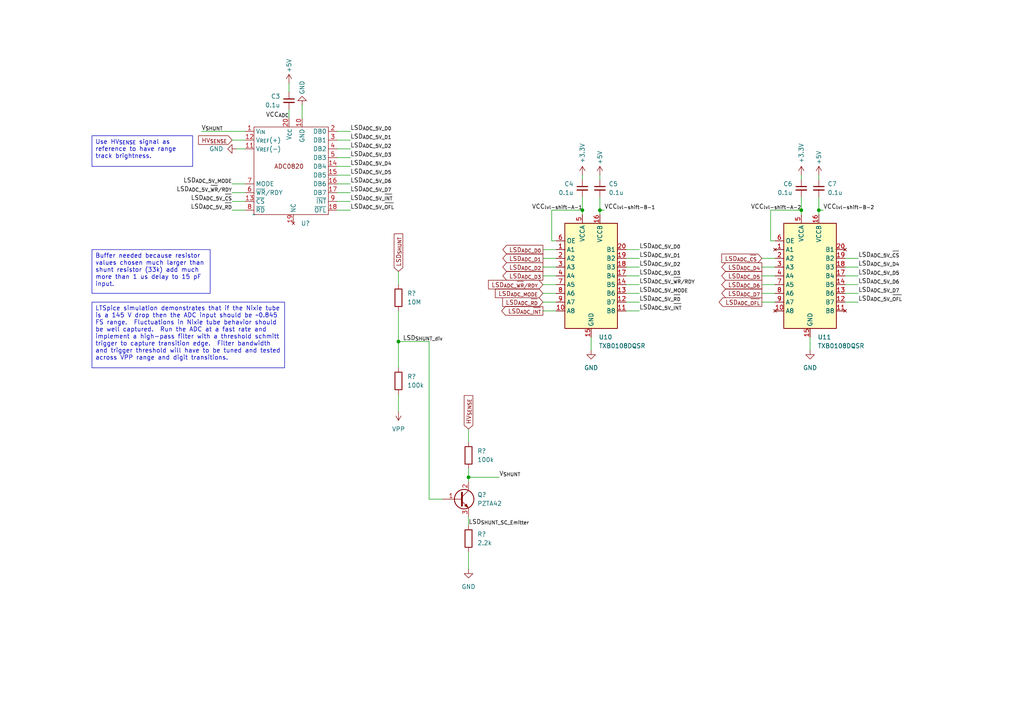
<source format=kicad_sch>
(kicad_sch (version 20230121) (generator eeschema)
  (paper "A4")
  (title_block (title "LSD ADC"))
  (lib_symbols
    (symbol "00_lib:ADC0820-N"
      (property "Reference" "U2" (at 13.6241 -2.54 0))
      (property "Value" "~" (at 0 0 0))
      (symbol "ADC0820-N_0_1"
        (rectangle (start 0 25.4) (end 21.59 0))
      )
      (symbol "ADC0820-N_1_1"
        (text "ADC0820" (at 10.16 13.97 0) (effects (font (size 1.27 1.27))))
        (pin input line (at -2.54 24.13 0) (length 2.54) (name "V_{IN}") (number "1"))
        (pin power_in line (at 13.97 27.94 270) (length 2.54) (name "GND") (number "10"))
        (pin input line (at -2.54 19.05 0) (length 2.54) (name "V_{REF}(-)") (number "11"))
        (pin input line (at -2.54 21.59 0) (length 2.54) (name "V_{REF}(+)") (number "12"))
        (pin input line (at -2.54 3.81 0) (length 2.54) (name "~{CS}") (number "13"))
        (pin output line (at 24.13 13.97 180) (length 2.54) (name "DB4") (number "14"))
        (pin output line (at 24.13 11.43 180) (length 2.54) (name "DB5") (number "15"))
        (pin output line (at 24.13 8.89 180) (length 2.54) (name "DB6") (number "16"))
        (pin output line (at 24.13 6.35 180) (length 2.54) (name "DB7") (number "17"))
        (pin output line (at 24.13 1.27 180) (length 2.54) (name "~{OFL}") (number "18"))
        (pin no_connect line (at 11.43 -2.54 90) (length 2.54) (name "NC") (number "19"))
        (pin output line (at 24.13 24.13 180) (length 2.54) (name "DB0") (number "2"))
        (pin power_in line (at 10.16 27.94 270) (length 2.54) (name "V_{CC}") (number "20"))
        (pin output line (at 24.13 21.59 180) (length 2.54) (name "DB1") (number "3"))
        (pin output line (at 24.13 19.05 180) (length 2.54) (name "DB2") (number "4"))
        (pin output line (at 24.13 16.51 180) (length 2.54) (name "DB3") (number "5"))
        (pin input line (at -2.54 6.35 0) (length 2.54) (name "~{WR}/RDY") (number "6"))
        (pin input line (at -2.54 8.89 0) (length 2.54) (name "MODE") (number "7"))
        (pin input line (at -2.54 1.27 0) (length 2.54) (name "~{RD}") (number "8"))
        (pin output line (at 24.13 3.81 180) (length 2.54) (name "~{INT}") (number "9"))
      )
    )
    (symbol "C_Small_1" (pin_numbers hide) (pin_names (offset 0.254) hide)
      (property "Reference" "C3" (at -2.54 1.2637 0))
      (property "Value" "0.1u" (at -2.54 -1.2763 0))
      (symbol "C_Small_1_0_1"
        (polyline (pts (xy -1.524 -0.508) (xy 1.524 -0.508)) (stroke (width 0.3302)))
        (polyline (pts (xy -1.524 0.508) (xy 1.524 0.508)) (stroke (width 0.3048)))
      )
      (symbol "C_Small_1_1_1"
        (pin power_in line (at 0 2.54 270) (length 2.032) (name "~") (number "1"))
        (pin power_out line (at 0 -2.54 90) (length 2.032) (name "~") (number "2"))
      )
    )
    (symbol "C_Small_2" (pin_numbers hide) (pin_names (offset 0.254) hide)
      (property "Reference" "C6" (at -2.54 1.2637 0))
      (property "Value" "0.1u" (at -2.54 -1.2763 0))
      (symbol "C_Small_2_0_1"
        (polyline (pts (xy -1.524 -0.508) (xy 1.524 -0.508)) (stroke (width 0.3302)))
        (polyline (pts (xy -1.524 0.508) (xy 1.524 0.508)) (stroke (width 0.3048)))
      )
      (symbol "C_Small_2_1_1"
        (pin power_in line (at 0 2.54 270) (length 2.032) (name "~") (number "1"))
        (pin power_out line (at 0 -2.54 90) (length 2.032) (name "~") (number "2"))
      )
    )
    (symbol "C_Small_3" (pin_numbers hide) (pin_names (offset 0.254) hide)
      (property "Reference" "C7" (at -2.54 1.2637 0))
      (property "Value" "0.1u" (at -2.54 -1.2763 0))
      (symbol "C_Small_3_0_1"
        (polyline (pts (xy -1.524 -0.508) (xy 1.524 -0.508)) (stroke (width 0.3302)))
        (polyline (pts (xy -1.524 0.508) (xy 1.524 0.508)) (stroke (width 0.3048)))
      )
      (symbol "C_Small_3_1_1"
        (pin power_in line (at 0 2.54 270) (length 2.032) (name "~") (number "1"))
        (pin power_out line (at 0 -2.54 90) (length 2.032) (name "~") (number "2"))
      )
    )
    (symbol "C_Small_4" (pin_numbers hide) (pin_names (offset 0.254) hide)
      (property "Reference" "C5" (at -2.54 1.2637 0))
      (property "Value" "0.1u" (at -2.54 -1.2763 0))
      (symbol "C_Small_4_0_1"
        (polyline (pts (xy -1.524 -0.508) (xy 1.524 -0.508)) (stroke (width 0.3302)))
        (polyline (pts (xy -1.524 0.508) (xy 1.524 0.508)) (stroke (width 0.3048)))
      )
      (symbol "C_Small_4_1_1"
        (pin power_in line (at 0 2.54 270) (length 2.032) (name "~") (number "1"))
        (pin power_out line (at 0 -2.54 90) (length 2.032) (name "~") (number "2"))
      )
    )
    (symbol "Device:C_Small" (pin_numbers hide) (pin_names (offset 0.254) hide)
      (property "Reference" "C4" (at -2.54 1.2637 0))
      (property "Value" "0.1u" (at -2.54 -1.2763 0))
      (symbol "C_Small_0_1"
        (polyline (pts (xy -1.524 -0.508) (xy 1.524 -0.508)) (stroke (width 0.3302)))
        (polyline (pts (xy -1.524 0.508) (xy 1.524 0.508)) (stroke (width 0.3048)))
      )
      (symbol "C_Small_1_1"
        (pin power_in line (at 0 2.54 270) (length 2.032) (name "~") (number "1"))
        (pin power_out line (at 0 -2.54 90) (length 2.032) (name "~") (number "2"))
      )
    )
    (symbol "Device:R" (pin_numbers hide) (pin_names (offset 0))
      (property "Reference" "R" (at 2.032 0 90))
      (property "Value" "R" (at 0 0 90))
      (symbol "R_0_1"
        (rectangle (start -1.016 -2.54) (end 1.016 2.54) (stroke (width 0.254)))
      )
      (symbol "R_1_1"
        (pin passive line (at 0 3.81 270) (length 1.27) (name "~") (number "1"))
        (pin passive line (at 0 -3.81 90) (length 1.27) (name "~") (number "2"))
      )
    )
    (symbol "Logic_LevelTranslator:TXB0108DQSR"
      (property "Reference" "U" (at -6.35 16.51 0))
      (property "Value" "TXB0108DQSR" (at 3.81 16.51 0))
      (symbol "TXB0108DQSR_0_1"
        (rectangle (start -7.62 15.24) (end 7.62 -15.24) (stroke (width 0.254)) (fill (type background)))
      )
      (symbol "TXB0108DQSR_1_1"
        (pin bidirectional line (at -10.16 7.62 0) (length 2.54) (name "A1") (number "1"))
        (pin bidirectional line (at -10.16 -10.16 0) (length 2.54) (name "A8") (number "10"))
        (pin bidirectional line (at 10.16 -10.16 180) (length 2.54) (name "B8") (number "11"))
        (pin bidirectional line (at 10.16 -7.62 180) (length 2.54) (name "B7") (number "12"))
        (pin bidirectional line (at 10.16 -5.08 180) (length 2.54) (name "B6") (number "13"))
        (pin bidirectional line (at 10.16 -2.54 180) (length 2.54) (name "B5") (number "14"))
        (pin power_in line (at 0 -17.78 90) (length 2.54) (name "GND") (number "15"))
        (pin power_in line (at 2.54 17.78 270) (length 2.54) (name "VCCB") (number "16"))
        (pin bidirectional line (at 10.16 0 180) (length 2.54) (name "B4") (number "17"))
        (pin bidirectional line (at 10.16 2.54 180) (length 2.54) (name "B3") (number "18"))
        (pin bidirectional line (at 10.16 5.08 180) (length 2.54) (name "B2") (number "19"))
        (pin bidirectional line (at -10.16 5.08 0) (length 2.54) (name "A2") (number "2"))
        (pin bidirectional line (at 10.16 7.62 180) (length 2.54) (name "B1") (number "20"))
        (pin bidirectional line (at -10.16 2.54 0) (length 2.54) (name "A3") (number "3"))
        (pin bidirectional line (at -10.16 0 0) (length 2.54) (name "A4") (number "4"))
        (pin power_in line (at -2.54 17.78 270) (length 2.54) (name "VCCA") (number "5"))
        (pin input line (at -10.16 10.16 0) (length 2.54) (name "OE") (number "6"))
        (pin bidirectional line (at -10.16 -2.54 0) (length 2.54) (name "A5") (number "7"))
        (pin bidirectional line (at -10.16 -5.08 0) (length 2.54) (name "A6") (number "8"))
        (pin bidirectional line (at -10.16 -7.62 0) (length 2.54) (name "A7") (number "9"))
      )
    )
    (symbol "TXB0108DQSR_1"
      (property "Reference" "U11" (at 2.1941 -17.78 0))
      (property "Value" "TXB0108DQSR" (at 2.1941 -20.32 0))
      (symbol "TXB0108DQSR_1_0_1"
        (rectangle (start -7.62 15.24) (end 7.62 -15.24) (stroke (width 0.254)) (fill (type background)))
      )
      (symbol "TXB0108DQSR_1_1_1"
        (pin no_connect line (at -10.16 7.62 0) (length 2.54) (name "A1") (number "1"))
        (pin no_connect line (at -10.16 -10.16 0) (length 2.54) (name "A8") (number "10"))
        (pin no_connect line (at 10.16 -10.16 180) (length 2.54) (name "B8") (number "11"))
        (pin bidirectional line (at 10.16 -7.62 180) (length 2.54) (name "B7") (number "12"))
        (pin bidirectional line (at 10.16 -5.08 180) (length 2.54) (name "B6") (number "13"))
        (pin bidirectional line (at 10.16 -2.54 180) (length 2.54) (name "B5") (number "14"))
        (pin power_in line (at 0 -17.78 90) (length 2.54) (name "GND") (number "15"))
        (pin power_in line (at 2.54 17.78 270) (length 2.54) (name "VCCB") (number "16"))
        (pin bidirectional line (at 10.16 0 180) (length 2.54) (name "B4") (number "17"))
        (pin bidirectional line (at 10.16 2.54 180) (length 2.54) (name "B3") (number "18"))
        (pin bidirectional line (at 10.16 5.08 180) (length 2.54) (name "B2") (number "19"))
        (pin bidirectional line (at -10.16 5.08 0) (length 2.54) (name "A2") (number "2"))
        (pin no_connect line (at 10.16 7.62 180) (length 2.54) (name "B1") (number "20"))
        (pin bidirectional line (at -10.16 2.54 0) (length 2.54) (name "A3") (number "3"))
        (pin bidirectional line (at -10.16 0 0) (length 2.54) (name "A4") (number "4"))
        (pin power_in line (at -2.54 17.78 270) (length 2.54) (name "VCCA") (number "5"))
        (pin input line (at -10.16 10.16 0) (length 2.54) (name "OE") (number "6"))
        (pin bidirectional line (at -10.16 -2.54 0) (length 2.54) (name "A5") (number "7"))
        (pin bidirectional line (at -10.16 -5.08 0) (length 2.54) (name "A6") (number "8"))
        (pin bidirectional line (at -10.16 -7.62 0) (length 2.54) (name "A7") (number "9"))
      )
    )
    (symbol "Transistor_BJT:PZTA42" (pin_names (offset 0) hide)
      (property "Reference" "Q" (at 5.08 1.905 0))
      (property "Value" "PZTA42" (at 5.08 0 0))
      (symbol "PZTA42_0_1"
        (polyline (pts (xy 0 0) (xy 0.635 0)))
        (polyline (pts (xy 2.54 -2.54) (xy 0.635 -0.635)))
        (polyline (pts (xy 2.54 2.54) (xy 0.635 0.635)))
        (polyline (pts (xy 0.635 1.905) (xy 0.635 -1.905) (xy 0.635 -1.905)) (stroke (width 0.508)))
        (polyline (pts (xy 2.286 -2.286) (xy 1.778 -1.778) (xy 1.778 -1.778)))
        (polyline (pts (xy 1.397 -1.905) (xy 1.905 -1.397) (xy 2.413 -2.413) (xy 1.397 -1.905) (xy 1.397 -1.905)) (fill (type outline)))
        (circle (center 1.27 0) (radius 2.8194) (stroke (width 0.254)))
      )
      (symbol "PZTA42_1_1"
        (pin input line (at -5.08 0 0) (length 5.08) (name "B") (number "1"))
        (pin passive line (at 2.54 5.08 270) (length 2.54) (name "C") (number "2"))
        (pin passive line (at 2.54 -5.08 90) (length 2.54) (name "E") (number "3"))
      )
    )
    (symbol "power:+3.3V" (power) (pin_names (offset 0))
      (property "Value" "+3.3V" (at 0 3.556 0))
      (symbol "+3.3V_0_1"
        (polyline (pts (xy -0.762 1.27) (xy 0 2.54)))
        (polyline (pts (xy 0 0) (xy 0 2.54)))
        (polyline (pts (xy 0 2.54) (xy 0.762 1.27)))
      )
      (symbol "+3.3V_1_1"
        (pin power_in line (at 0 0 90) (length 0) hide (name "+3.3V") (number "1"))
      )
    )
    (symbol "power:+5V" (power) (pin_names (offset 0))
      (property "Value" "+5V" (at 0 3.556 0))
      (symbol "+5V_0_1"
        (polyline (pts (xy -0.762 1.27) (xy 0 2.54)))
        (polyline (pts (xy 0 0) (xy 0 2.54)))
        (polyline (pts (xy 0 2.54) (xy 0.762 1.27)))
      )
      (symbol "+5V_1_1"
        (pin power_in line (at 0 0 90) (length 0) hide (name "+5V") (number "1"))
      )
    )
    (symbol "power:GND" (power) (pin_names (offset 0))
      (property "Value" "GND" (at 0 -3.81 0))
      (symbol "GND_0_1"
        (polyline (pts (xy 0 0) (xy 0 -1.27) (xy 1.27 -1.27) (xy 0 -2.54) (xy -1.27 -1.27) (xy 0 -1.27)))
      )
      (symbol "GND_1_1"
        (pin power_in line (at 0 0 270) (length 0) hide (name "GND") (number "1"))
      )
    )
    (symbol "power:VPP" (power) (pin_names (offset 0))
      (property "Value" "VPP" (at 0 3.81 0))
      (symbol "VPP_0_1"
        (polyline (pts (xy -0.762 1.27) (xy 0 2.54)))
        (polyline (pts (xy 0 0) (xy 0 2.54)))
        (polyline (pts (xy 0 2.54) (xy 0.762 1.27)))
      )
      (symbol "VPP_1_1"
        (pin power_in line (at 0 0 90) (length 0) hide (name "VPP") (number "1"))
      )
    )
  )
  (junction (at 135.89 138.43))
  (junction (at 168.91 60.96))
  (junction (at 237.49 60.96))
  (junction (at 173.99 60.96))
  (junction (at 232.41 60.96))
  (junction (at 115.57 99.06))
  (wire (pts (xy 168.91 50.8) (xy 168.91 52.07)))
  (wire (pts (xy 232.41 60.96) (xy 232.41 62.23)))
  (wire (pts (xy 157.48 72.39) (xy 161.29 72.39)))
  (wire (pts (xy 220.98 74.93) (xy 224.79 74.93)))
  (wire (pts (xy 135.89 160.02) (xy 135.89 165.1)))
  (wire (pts (xy 97.79 45.72) (xy 101.6 45.72)))
  (wire (pts (xy 67.31 40.64) (xy 71.12 40.64)))
  (wire (pts (xy 67.31 53.34) (xy 71.12 53.34)))
  (wire (pts (xy 135.89 124.46) (xy 135.89 128.27)))
  (wire (pts (xy 224.79 69.85) (xy 223.52 69.85)))
  (wire (pts (xy 185.42 90.17) (xy 181.61 90.17)))
  (wire (pts (xy 115.57 78.74) (xy 115.57 82.55)))
  (wire (pts (xy 124.46 144.78) (xy 128.27 144.78)))
  (wire (pts (xy 160.02 60.96) (xy 168.91 60.96)))
  (wire (pts (xy 248.92 74.93) (xy 245.11 74.93)))
  (wire (pts (xy 168.91 57.15) (xy 168.91 60.96)))
  (wire (pts (xy 83.82 31.75) (xy 83.82 34.29)))
  (wire (pts (xy 67.31 60.96) (xy 71.12 60.96)))
  (wire (pts (xy 173.99 57.15) (xy 173.99 60.96)))
  (wire (pts (xy 185.42 85.09) (xy 181.61 85.09)))
  (wire (pts (xy 220.98 80.01) (xy 224.79 80.01)))
  (wire (pts (xy 232.41 50.8) (xy 232.41 52.07)))
  (wire (pts (xy 157.48 80.01) (xy 161.29 80.01)))
  (wire (pts (xy 220.98 77.47) (xy 224.79 77.47)))
  (wire (pts (xy 157.48 87.63) (xy 161.29 87.63)))
  (wire (pts (xy 238.76 60.96) (xy 237.49 60.96)))
  (wire (pts (xy 135.89 138.43) (xy 135.89 139.7)))
  (wire (pts (xy 115.57 99.06) (xy 115.57 106.68)))
  (wire (pts (xy 157.48 82.55) (xy 161.29 82.55)))
  (wire (pts (xy 248.92 80.01) (xy 245.11 80.01)))
  (wire (pts (xy 173.99 50.8) (xy 173.99 52.07)))
  (wire (pts (xy 223.52 69.85) (xy 223.52 60.96)))
  (wire (pts (xy 157.48 85.09) (xy 161.29 85.09)))
  (wire (pts (xy 97.79 50.8) (xy 101.6 50.8)))
  (wire (pts (xy 232.41 57.15) (xy 232.41 60.96)))
  (wire (pts (xy 237.49 50.8) (xy 237.49 52.07)))
  (wire (pts (xy 237.49 60.96) (xy 237.49 62.23)))
  (wire (pts (xy 185.42 87.63) (xy 181.61 87.63)))
  (wire (pts (xy 248.92 87.63) (xy 245.11 87.63)))
  (wire (pts (xy 115.57 114.3) (xy 115.57 119.38)))
  (wire (pts (xy 185.42 82.55) (xy 181.61 82.55)))
  (wire (pts (xy 175.26 60.96) (xy 173.99 60.96)))
  (wire (pts (xy 157.48 74.93) (xy 161.29 74.93)))
  (wire (pts (xy 144.78 138.43) (xy 135.89 138.43)))
  (wire (pts (xy 124.46 144.78) (xy 124.46 99.06)))
  (wire (pts (xy 135.89 149.86) (xy 135.89 152.4)))
  (wire (pts (xy 97.79 55.88) (xy 101.6 55.88)))
  (wire (pts (xy 97.79 53.34) (xy 101.6 53.34)))
  (wire (pts (xy 185.42 80.01) (xy 181.61 80.01)))
  (wire (pts (xy 220.98 82.55) (xy 224.79 82.55)))
  (wire (pts (xy 220.98 85.09) (xy 224.79 85.09)))
  (wire (pts (xy 248.92 82.55) (xy 245.11 82.55)))
  (wire (pts (xy 97.79 48.26) (xy 101.6 48.26)))
  (wire (pts (xy 97.79 43.18) (xy 101.6 43.18)))
  (wire (pts (xy 135.89 135.89) (xy 135.89 138.43)))
  (wire (pts (xy 157.48 77.47) (xy 161.29 77.47)))
  (wire (pts (xy 234.95 101.6) (xy 234.95 97.79)))
  (wire (pts (xy 97.79 38.1) (xy 101.6 38.1)))
  (wire (pts (xy 185.42 77.47) (xy 181.61 77.47)))
  (wire (pts (xy 67.31 58.42) (xy 71.12 58.42)))
  (wire (pts (xy 87.63 30.48) (xy 87.63 34.29)))
  (wire (pts (xy 115.57 90.17) (xy 115.57 99.06)))
  (wire (pts (xy 161.29 69.85) (xy 160.02 69.85)))
  (wire (pts (xy 160.02 69.85) (xy 160.02 60.96)))
  (wire (pts (xy 157.48 90.17) (xy 161.29 90.17)))
  (wire (pts (xy 223.52 60.96) (xy 232.41 60.96)))
  (wire (pts (xy 67.31 55.88) (xy 71.12 55.88)))
  (wire (pts (xy 220.98 87.63) (xy 224.79 87.63)))
  (wire (pts (xy 101.6 58.42) (xy 97.79 58.42)))
  (wire (pts (xy 68.58 43.18) (xy 71.12 43.18)))
  (wire (pts (xy 83.82 24.13) (xy 83.82 26.67)))
  (wire (pts (xy 168.91 60.96) (xy 168.91 62.23)))
  (wire (pts (xy 97.79 40.64) (xy 101.6 40.64)))
  (wire (pts (xy 185.42 74.93) (xy 181.61 74.93)))
  (wire (pts (xy 248.92 85.09) (xy 245.11 85.09)))
  (wire (pts (xy 173.99 60.96) (xy 173.99 62.23)))
  (wire (pts (xy 171.45 101.6) (xy 171.45 97.79)))
  (wire (pts (xy 58.42 38.1) (xy 71.12 38.1)))
  (wire (pts (xy 115.57 99.06) (xy 124.46 99.06)))
  (wire (pts (xy 237.49 57.15) (xy 237.49 60.96)))
  (wire (pts (xy 248.92 77.47) (xy 245.11 77.47)))
  (wire (pts (xy 97.79 60.96) (xy 101.6 60.96)))
  (wire (pts (xy 185.42 72.39) (xy 181.61 72.39)))
  (text_box "Use HV_{SENSE} signal as reference to have range track brightness." (at 26.67 39.37 0) (size 29.21 8.89) (effects (font (size 1.27 1.27)) (justify left top)))
  (text_box "Buffer needed because resistor values chosen much larger than shunt resistor (33k) add much more than 1 us delay to 15 pF input." (at 26.67 72.39 0) (size 34.29 12.7) (effects (font (size 1.27 1.27)) (justify left top)))
  (text_box "LTSpice simulation demonstrates that if the Nixie tube is a 145 V drop then the ADC input should be ~0.845 FS range.  Fluctuations in Nixie tube behavior should be well captured.  Run the ADC at a fast rate and implement a high-pass filter with a threshold schmitt trigger to capture transition edge.  Filter bandwidth and trigger threshold will have to be tuned and tested across VPP range and digit transitions." (at 26.67 87.63 0) (size 55.88 19.05) (effects (font (size 1.27 1.27)) (justify left top)))
  (label "LSD_{ADC_5V_D6}" (at 101.6 53.34 0))
  (label "LSD_{SHUNT_div}" (at 116.84 99.06 0))
  (label "LSD_{ADC_5V_MODE}" (at 67.31 53.34 180))
  (label "LSD_{ADC_5V_D2}" (at 101.6 43.18 0))
  (label "LSD_{ADC_5V_~{CS}}" (at 248.92 74.93 0))
  (label "LSD_{ADC_5V_~{OFL}}" (at 101.6 60.96 0))
  (label "LSD_{ADC_5V_D5}" (at 248.92 80.01 0))
  (label "VCC_{lvl-shift-A-1}" (at 168.91 60.96 180))
  (label "LSD_{ADC_5V_D0}" (at 185.42 72.39 0))
  (label "LSD_{ADC_5V_D5}" (at 101.6 50.8 0))
  (label "LSD_{ADC_5V_D0}" (at 101.6 38.1 0))
  (label "V_{SHUNT}" (at 144.78 138.43 0))
  (label "LSD_{ADC_5V_~{RD}}" (at 185.42 87.63 0))
  (label "LSD_{SHUNT_SC_Emitter}" (at 135.89 152.4 0))
  (label "LSD_{ADC_5V_D6}" (at 248.92 82.55 0))
  (label "LSD_{ADC_5V_D7}" (at 101.6 55.88 0))
  (label "LSD_{ADC_5V_D4}" (at 101.6 48.26 0))
  (label "LSD_{ADC_5V_~{WR}{slash}RDY}" (at 67.31 55.88 180))
  (label "LSD_{ADC_5V_~{CS}}" (at 67.31 58.42 180))
  (label "LSD_{ADC_5V_D2}" (at 185.42 77.47 0))
  (label "LSD_{ADC_5V_MODE}" (at 185.42 85.09 0))
  (label "LSD_{ADC_5V_~{WR}{slash}RDY}" (at 185.42 82.55 0))
  (label "LSD_{ADC_5V_D7}" (at 248.92 85.09 0))
  (label "VCC_{lvl-shift-B-1}" (at 175.26 60.96 0))
  (label "LSD_{ADC_5V_~{RD}}" (at 67.31 60.96 180))
  (label "LSD_{ADC_5V_D4}" (at 248.92 77.47 0))
  (label "VCC_{lvl-shift-A-2}" (at 232.41 60.96 180))
  (label "LSD_{ADC_5V_D1}" (at 101.6 40.64 0))
  (label "V_{SHUNT}" (at 58.42 38.1 0))
  (label "LSD_{ADC_5V_~{INT}}" (at 101.6 58.42 0))
  (label "VCC_{lvl-shift-B-2}" (at 238.76 60.96 0))
  (label "LSD_{ADC_5V_D1}" (at 185.42 74.93 0))
  (label "LSD_{ADC_5V_~{OFL}}" (at 248.92 87.63 0))
  (label "LSD_{ADC_5V_D3}" (at 101.6 45.72 0))
  (label "VCC_{ADC}" (at 83.82 34.29 180))
  (label "LSD_{ADC_5V_D3}" (at 185.42 80.01 0))
  (label "LSD_{ADC_5V_~{INT}}" (at 185.42 90.17 0))
  (global_label "LSD_{ADC_D6}" (shape output) (at 220.98 82.55 180) (property "Intersheetrefs" "${INTERSHEET_REFS}" (effects hide)))
  (global_label "LSD_{ADC_D1}" (shape output) (at 157.48 74.93 180) (property "Intersheetrefs" "${INTERSHEET_REFS}" (effects hide)))
  (global_label "LSD_{ADC_~{OFL}}" (shape output) (at 220.98 87.63 180) (property "Intersheetrefs" "${INTERSHEET_REFS}" (effects hide)))
  (global_label "LSD_{ADC_MODE}" (shape input) (at 157.48 85.09 180) (property "Intersheetrefs" "${INTERSHEET_REFS}" (effects hide)))
  (global_label "LSD_{ADC_D2}" (shape output) (at 157.48 77.47 180) (property "Intersheetrefs" "${INTERSHEET_REFS}" (effects hide)))
  (global_label "LSD_{ADC_D5}" (shape output) (at 220.98 80.01 180) (property "Intersheetrefs" "${INTERSHEET_REFS}" (effects hide)))
  (global_label "LSD_{ADC_D4}" (shape output) (at 220.98 77.47 180) (property "Intersheetrefs" "${INTERSHEET_REFS}" (effects hide)))
  (global_label "LSD_{ADC_D7}" (shape output) (at 220.98 85.09 180) (property "Intersheetrefs" "${INTERSHEET_REFS}" (effects hide)))
  (global_label "HV_{SENSE}" (shape input) (at 67.31 40.64 180) (property "Intersheetrefs" "${INTERSHEET_REFS}" (effects hide)))
  (global_label "LSD_{ADC_~{WR}{slash}RDY}" (shape input) (at 157.48 82.55 180) (property "Intersheetrefs" "${INTERSHEET_REFS}" (effects hide)))
  (global_label "LSD_{ADC_~{CS}}" (shape input) (at 220.98 74.93 180) (property "Intersheetrefs" "${INTERSHEET_REFS}" (effects hide)))
  (global_label "LSD_{ADC_D3}" (shape output) (at 157.48 80.01 180) (property "Intersheetrefs" "${INTERSHEET_REFS}" (effects hide)))
  (global_label "HV_{SENSE}" (shape input) (at 135.89 124.46 90) (property "Intersheetrefs" "${INTERSHEET_REFS}" (effects hide)))
  (global_label "LSD_{ADC_~{RD}}" (shape input) (at 157.48 87.63 180) (property "Intersheetrefs" "${INTERSHEET_REFS}" (effects hide)))
  (global_label "LSD_{ADC_D0}" (shape output) (at 157.48 72.39 180) (property "Intersheetrefs" "${INTERSHEET_REFS}" (effects hide)))
  (global_label "LSD_{ADC_~{INT}}" (shape output) (at 157.48 90.17 180) (property "Intersheetrefs" "${INTERSHEET_REFS}" (effects hide)))
  (global_label "LSD_{SHUNT}" (shape input) (at 115.57 78.74 90) (property "Intersheetrefs" "${INTERSHEET_REFS}" (effects hide)))
  (symbol (lib_name "C_Small_1") (lib_id "Device:C_Small") (at 83.82 29.21 0) (unit 1)
    (property "Reference" "C3" (at 81.28 27.9463 0) (effects (justify right)))
    (property "Value" "0.1u" (at 81.28 30.4863 0) (effects (justify right)))
    (property "Footprint" "Capacitor_SMD:C_0603_1608Metric" (effects hide))
  )
  (symbol (lib_id "power:GND") (at 87.63 30.48 180) (unit 1)
    (property "Reference" "#PWR?" (effects hide))
    (property "Value" "GND" (at 87.63 25.4 90))
    (instances (project "nixieAccurateClock" (path "" (reference "#PWR?") (unit 1)) (path "" (reference "#PWR050") (unit 1))))
  )
  (symbol (lib_id "power:+3.3V") (at 232.41 50.8 0) (unit 1)
    (property "Reference" "#PWR?" (effects hide))
    (property "Value" "+3.3V" (at 232.41 44.45 90))
    (instances (project "nixieAccurateClock" (path "" (reference "#PWR?") (unit 1)) (path "" (reference "#PWR054") (unit 1))))
  )
  (symbol (lib_name "C_Small_3") (lib_id "Device:C_Small") (at 237.49 54.61 0) (mirror y) (unit 1)
    (property "Reference" "C7" (at 240.03 53.3463 0) (effects (justify right)))
    (property "Value" "0.1u" (at 240.03 55.8863 0) (effects (justify right)))
    (property "Footprint" "Capacitor_SMD:C_0603_1608Metric" (effects hide))
  )
  (symbol (lib_name "C_Small_2") (lib_id "Device:C_Small") (at 232.41 54.61 0) (unit 1)
    (property "Reference" "C6" (at 229.87 53.3463 0) (effects (justify right)))
    (property "Value" "0.1u" (at 229.87 55.8863 0) (effects (justify right)))
    (property "Footprint" "Capacitor_SMD:C_0603_1608Metric" (effects hide))
  )
  (symbol (lib_id "power:+5V") (at 237.49 50.8 0) (unit 1)
    (property "Reference" "#PWR?" (effects hide))
    (property "Value" "+5V" (at 237.49 45.72 90))
    (instances (project "nixieAccurateClock" (path "" (reference "#PWR?") (unit 1)) (path "" (reference "#PWR055") (unit 1))))
  )
  (symbol (lib_id "power:+3.3V") (at 168.91 50.8 0) (unit 1)
    (property "Reference" "#PWR?" (effects hide))
    (property "Value" "+3.3V" (at 168.91 44.45 90))
    (instances (project "nixieAccurateClock" (path "" (reference "#PWR?") (unit 1)) (path "" (reference "#PWR052") (unit 1))))
  )
  (symbol (lib_id "power:GND") (at 135.89 165.1 0) (unit 1)
    (property "Reference" "#PWR061" (effects hide))
    (property "Value" "GND" (at 135.89 170.18 0))
  )
  (symbol (lib_name "TXB0108DQSR_1") (lib_id "Logic_LevelTranslator:TXB0108DQSR") (at 234.95 80.01 0) (unit 1)
    (property "Reference" "U11" (at 237.1441 97.79 0) (effects (justify left)))
    (property "Value" "TXB0108DQSR" (at 237.1441 100.33 0) (effects (justify left)))
    (property "Footprint" "Package_SON:USON-20_2x4mm_P0.4mm" (effects hide))
    (property "Datasheet" "http://www.ti.com/lit/ds/symlink/txb0108.pdf" (effects hide))
  )
  (symbol (lib_id "power:GND") (at 171.45 101.6 0) (unit 1)
    (property "Reference" "#PWR058" (effects hide))
    (property "Value" "GND" (at 171.45 106.68 0))
  )
  (symbol (lib_id "Logic_LevelTranslator:TXB0108DQSR") (at 171.45 80.01 0) (unit 1)
    (property "Reference" "U10" (at 173.6441 97.79 0) (effects (justify left)))
    (property "Value" "TXB0108DQSR" (at 173.6441 100.33 0) (effects (justify left)))
    (property "Footprint" "Package_SON:USON-20_2x4mm_P0.4mm" (effects hide))
    (property "Datasheet" "http://www.ti.com/lit/ds/symlink/txb0108.pdf" (effects hide))
  )
  (symbol (lib_id "Device:R") (at 115.57 86.36 0) (unit 1)
    (property "Reference" "R?" (at 118.11 85.09 0) (effects (justify left)))
    (property "Value" "10M" (at 118.11 87.63 0) (effects (justify left)))
    (property "Footprint" "Resistor_SMD:R_0603_1608Metric" (effects hide))
    (instances (project "nixieAccurateClock" (path "" (reference "R?") (unit 1)) (path "" (reference "R?") (unit 1)) (path "" (reference "R6") (unit 1))))
  )
  (symbol (lib_id "Device:R") (at 135.89 156.21 0) (unit 1)
    (property "Reference" "R?" (at 138.43 154.94 0) (effects (justify left)))
    (property "Value" "2.2k" (at 138.43 157.48 0) (effects (justify left)))
    (property "Footprint" "Resistor_SMD:R_0603_1608Metric" (effects hide))
    (instances (project "nixieAccurateClock" (path "" (reference "R?") (unit 1)) (path "" (reference "R?") (unit 1)) (path "" (reference "R9") (unit 1))))
  )
  (symbol (lib_id "power:VPP") (at 115.57 119.38 180) (unit 1)
    (property "Reference" "#PWR060" (effects hide))
    (property "Value" "VPP" (at 115.57 124.46 0))
  )
  (symbol (lib_id "power:+5V") (at 173.99 50.8 0) (unit 1)
    (property "Reference" "#PWR?" (effects hide))
    (property "Value" "+5V" (at 173.99 45.72 90))
    (instances (project "nixieAccurateClock" (path "" (reference "#PWR?") (unit 1)) (path "" (reference "#PWR053") (unit 1))))
  )
  (symbol (lib_id "power:GND") (at 234.95 101.6 0) (unit 1)
    (property "Reference" "#PWR059" (effects hide))
    (property "Value" "GND" (at 234.95 106.68 0))
  )
  (symbol (lib_id "power:GND") (at 68.58 43.18 270) (unit 1)
    (property "Reference" "#PWR?" (effects hide))
    (property "Value" "GND" (at 64.77 43.18 90) (effects (justify right)))
    (instances (project "nixieAccurateClock" (path "" (reference "#PWR?") (unit 1)) (path "" (reference "#PWR051") (unit 1))))
  )
  (symbol (lib_id "power:+5V") (at 83.82 24.13 0) (unit 1)
    (property "Reference" "#PWR?" (effects hide))
    (property "Value" "+5V" (at 83.82 19.05 90))
    (instances (project "nixieAccurateClock" (path "" (reference "#PWR?") (unit 1)) (path "" (reference "#PWR049") (unit 1))))
  )
  (symbol (lib_id "Transistor_BJT:PZTA42") (at 133.35 144.78 0) (unit 1)
    (property "Reference" "Q?" (at 138.43 143.51 0) (effects (justify left)))
    (property "Value" "PZTA42" (at 138.43 146.05 0) (effects (justify left)))
    (property "Footprint" "Package_TO_SOT_SMD:SOT-223-3_TabPin2" (effects hide))
    (property "Datasheet" "https://www.onsemi.com/pub/Collateral/PZTA42T1-D.PDF" (effects hide))
    (instances (project "nixieAccurateClock" (path "" (reference "Q?") (unit 1)) (path "" (reference "Q?") (unit 1)) (path "" (reference "Q2") (unit 1))))
  )
  (symbol (lib_id "Device:C_Small") (at 168.91 54.61 0) (unit 1)
    (property "Reference" "C4" (at 166.37 53.3463 0) (effects (justify right)))
    (property "Value" "0.1u" (at 166.37 55.8863 0) (effects (justify right)))
    (property "Footprint" "Capacitor_SMD:C_0603_1608Metric" (effects hide))
  )
  (symbol (lib_name "C_Small_4") (lib_id "Device:C_Small") (at 173.99 54.61 0) (mirror y) (unit 1)
    (property "Reference" "C5" (at 176.53 53.3463 0) (effects (justify right)))
    (property "Value" "0.1u" (at 176.53 55.8863 0) (effects (justify right)))
    (property "Footprint" "Capacitor_SMD:C_0603_1608Metric" (effects hide))
  )
  (symbol (lib_id "Device:R") (at 135.89 132.08 0) (unit 1)
    (property "Reference" "R?" (at 138.43 130.81 0) (effects (justify left)))
    (property "Value" "100k" (at 138.43 133.35 0) (effects (justify left)))
    (property "Footprint" "Resistor_SMD:R_0603_1608Metric" (effects hide))
    (instances (project "nixieAccurateClock" (path "" (reference "R?") (unit 1)) (path "" (reference "R?") (unit 1)) (path "" (reference "R8") (unit 1))))
  )
  (symbol (lib_id "Device:R") (at 115.57 110.49 0) (unit 1)
    (property "Reference" "R?" (at 118.11 109.22 0) (effects (justify left)))
    (property "Value" "100k" (at 118.11 111.76 0) (effects (justify left)))
    (property "Footprint" "Resistor_SMD:R_0603_1608Metric" (effects hide))
    (instances (project "nixieAccurateClock" (path "" (reference "R?") (unit 1)) (path "" (reference "R?") (unit 1)) (path "" (reference "R7") (unit 1))))
  )
  (symbol (lib_id "00_lib:ADC0820-N") (at 73.66 62.23 0) (unit 1)
    (property "Reference" "U?" (at 87.2841 64.77 0) (effects (justify left)))
    (property "Value" "~" (at 73.66 62.23 0))
    (property "Footprint" "Package_SO:SOIC-20W_7.5x12.8mm_P1.27mm" (effects hide))
    (property "Datasheet" "https://www.ti.com/lit/ds/symlink/adc0820-n.pdf" (effects hide))
    (instances (project "nixieAccurateClock" (path "" (reference "U?") (unit 1)) (path "" (reference "U9") (unit 1))))
  )
)
</source>
